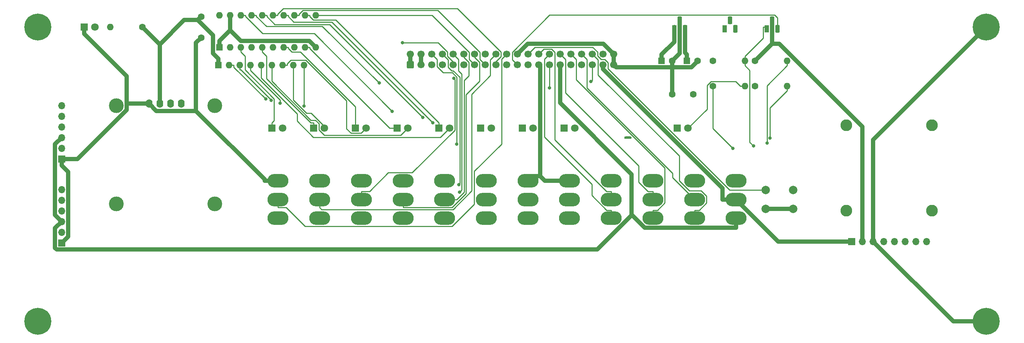
<source format=gbr>
%TF.GenerationSoftware,KiCad,Pcbnew,(6.0.11)*%
%TF.CreationDate,2023-12-23T16:41:23-05:00*%
%TF.ProjectId,front-panel.processor,66726f6e-742d-4706-916e-656c2e70726f,rev?*%
%TF.SameCoordinates,Original*%
%TF.FileFunction,Copper,L2,Bot*%
%TF.FilePolarity,Positive*%
%FSLAX46Y46*%
G04 Gerber Fmt 4.6, Leading zero omitted, Abs format (unit mm)*
G04 Created by KiCad (PCBNEW (6.0.11)) date 2023-12-23 16:41:23*
%MOMM*%
%LPD*%
G01*
G04 APERTURE LIST*
G04 Aperture macros list*
%AMRoundRect*
0 Rectangle with rounded corners*
0 $1 Rounding radius*
0 $2 $3 $4 $5 $6 $7 $8 $9 X,Y pos of 4 corners*
0 Add a 4 corners polygon primitive as box body*
4,1,4,$2,$3,$4,$5,$6,$7,$8,$9,$2,$3,0*
0 Add four circle primitives for the rounded corners*
1,1,$1+$1,$2,$3*
1,1,$1+$1,$4,$5*
1,1,$1+$1,$6,$7*
1,1,$1+$1,$8,$9*
0 Add four rect primitives between the rounded corners*
20,1,$1+$1,$2,$3,$4,$5,0*
20,1,$1+$1,$4,$5,$6,$7,0*
20,1,$1+$1,$6,$7,$8,$9,0*
20,1,$1+$1,$8,$9,$2,$3,0*%
G04 Aperture macros list end*
%TA.AperFunction,ComponentPad*%
%ADD10RoundRect,0.250000X0.600000X-0.600000X0.600000X0.600000X-0.600000X0.600000X-0.600000X-0.600000X0*%
%TD*%
%TA.AperFunction,ComponentPad*%
%ADD11C,1.700000*%
%TD*%
%TA.AperFunction,ComponentPad*%
%ADD12R,1.700000X1.700000*%
%TD*%
%TA.AperFunction,ComponentPad*%
%ADD13O,1.700000X1.700000*%
%TD*%
%TA.AperFunction,ComponentPad*%
%ADD14C,6.400000*%
%TD*%
%TA.AperFunction,ComponentPad*%
%ADD15R,1.800000X1.800000*%
%TD*%
%TA.AperFunction,ComponentPad*%
%ADD16C,1.800000*%
%TD*%
%TA.AperFunction,ComponentPad*%
%ADD17C,1.600000*%
%TD*%
%TA.AperFunction,ComponentPad*%
%ADD18O,1.600000X1.600000*%
%TD*%
%TA.AperFunction,ComponentPad*%
%ADD19C,2.000000*%
%TD*%
%TA.AperFunction,ComponentPad*%
%ADD20R,1.600000X1.600000*%
%TD*%
%TA.AperFunction,ComponentPad*%
%ADD21R,1.100000X1.800000*%
%TD*%
%TA.AperFunction,ComponentPad*%
%ADD22RoundRect,0.275000X-0.275000X-0.625000X0.275000X-0.625000X0.275000X0.625000X-0.275000X0.625000X0*%
%TD*%
%TA.AperFunction,ComponentPad*%
%ADD23O,5.000000X3.200000*%
%TD*%
%TA.AperFunction,ComponentPad*%
%ADD24C,2.794000*%
%TD*%
%TA.AperFunction,ComponentPad*%
%ADD25O,1.600000X2.000000*%
%TD*%
%TA.AperFunction,ComponentPad*%
%ADD26C,3.500000*%
%TD*%
%TA.AperFunction,ComponentPad*%
%ADD27C,0.600000*%
%TD*%
%TA.AperFunction,ViaPad*%
%ADD28C,0.800000*%
%TD*%
%TA.AperFunction,Conductor*%
%ADD29C,0.250000*%
%TD*%
%TA.AperFunction,Conductor*%
%ADD30C,1.000000*%
%TD*%
G04 APERTURE END LIST*
%TO.C,NT1*%
G36*
X180600000Y-181550000D02*
G01*
X179400000Y-181550000D01*
X179400000Y-180950000D01*
X180600000Y-180950000D01*
X180600000Y-181550000D01*
G37*
%TD*%
D10*
%TO.P,J1,1,Pin_1*%
%TO.N,GND*%
X128370000Y-163947500D03*
D11*
%TO.P,J1,2,Pin_2*%
X128370000Y-161407500D03*
%TO.P,J1,3,Pin_3*%
%TO.N,VCC*%
X130910000Y-163947500D03*
%TO.P,J1,4,Pin_4*%
X130910000Y-161407500D03*
%TO.P,J1,5,Pin_5*%
%TO.N,/LED0*%
X133450000Y-163947500D03*
%TO.P,J1,6,Pin_6*%
%TO.N,/FP-D0*%
X133450000Y-161407500D03*
%TO.P,J1,7,Pin_7*%
%TO.N,/LED1*%
X135990000Y-163947500D03*
%TO.P,J1,8,Pin_8*%
%TO.N,/FP-D1*%
X135990000Y-161407500D03*
%TO.P,J1,9,Pin_9*%
%TO.N,/LED2*%
X138530000Y-163947500D03*
%TO.P,J1,10,Pin_10*%
%TO.N,/FP-D2*%
X138530000Y-161407500D03*
%TO.P,J1,11,Pin_11*%
%TO.N,/LED3*%
X141070000Y-163947500D03*
%TO.P,J1,12,Pin_12*%
%TO.N,/FP-D3*%
X141070000Y-161407500D03*
%TO.P,J1,13,Pin_13*%
%TO.N,/LED4*%
X143610000Y-163947500D03*
%TO.P,J1,14,Pin_14*%
%TO.N,/FP-D4*%
X143610000Y-161407500D03*
%TO.P,J1,15,Pin_15*%
%TO.N,/LED5*%
X146150000Y-163947500D03*
%TO.P,J1,16,Pin_16*%
%TO.N,/FP-D5*%
X146150000Y-161407500D03*
%TO.P,J1,17,Pin_17*%
%TO.N,/LED6*%
X148690000Y-163947500D03*
%TO.P,J1,18,Pin_18*%
%TO.N,/FP-D6*%
X148690000Y-161407500D03*
%TO.P,J1,19,Pin_19*%
%TO.N,/LED7*%
X151230000Y-163947500D03*
%TO.P,J1,20,Pin_20*%
%TO.N,/FP-D7*%
X151230000Y-161407500D03*
%TO.P,J1,21,Pin_21*%
%TO.N,I2C_SDA*%
X153770000Y-163947500D03*
%TO.P,J1,22,Pin_22*%
%TO.N,GND*%
X153770000Y-161407500D03*
%TO.P,J1,23,Pin_23*%
%TO.N,I2C_SCL*%
X156310000Y-163947500D03*
%TO.P,J1,24,Pin_24*%
%TO.N,~{EXT_RES}*%
X156310000Y-161407500D03*
%TO.P,J1,25,Pin_25*%
%TO.N,GND*%
X158850000Y-163947500D03*
%TO.P,J1,26,Pin_26*%
%TO.N,~{IM2-EN}*%
X158850000Y-161407500D03*
%TO.P,J1,27,Pin_27*%
%TO.N,~{RTS}*%
X161390000Y-163947500D03*
%TO.P,J1,28,Pin_28*%
%TO.N,~{IM2-EN-OE}*%
X161390000Y-161407500D03*
%TO.P,J1,29,Pin_29*%
%TO.N,/VCC-TS*%
X163930000Y-163947500D03*
%TO.P,J1,30,Pin_30*%
%TO.N,~{INT0-EN}*%
X163930000Y-161407500D03*
%TO.P,J1,31,Pin_31*%
%TO.N,RX*%
X166470000Y-163947500D03*
%TO.P,J1,32,Pin_32*%
%TO.N,~{INT0}*%
X166470000Y-161407500D03*
%TO.P,J1,33,Pin_33*%
%TO.N,TX*%
X169010000Y-163947500D03*
%TO.P,J1,34,Pin_34*%
%TO.N,~{WAIT-EN}*%
X169010000Y-161407500D03*
%TO.P,J1,35,Pin_35*%
%TO.N,~{CTS}*%
X171550000Y-163947500D03*
%TO.P,J1,36,Pin_36*%
%TO.N,~{WAIT}*%
X171550000Y-161407500D03*
%TO.P,J1,37,Pin_37*%
%TO.N,VCC*%
X174090000Y-163947500D03*
%TO.P,J1,38,Pin_38*%
X174090000Y-161407500D03*
%TO.P,J1,39,Pin_39*%
%TO.N,GND*%
X176630000Y-163947500D03*
%TO.P,J1,40,Pin_40*%
X176630000Y-161407500D03*
%TD*%
D12*
%TO.P,J2,1,Pin_1*%
%TO.N,GND*%
X45625000Y-186350000D03*
D13*
%TO.P,J2,2,Pin_2*%
%TO.N,~{RTS}*%
X45625000Y-183810000D03*
%TO.P,J2,3,Pin_3*%
%TO.N,/VCC-TS*%
X45625000Y-181270000D03*
%TO.P,J2,4,Pin_4*%
%TO.N,RX*%
X45625000Y-178730000D03*
%TO.P,J2,5,Pin_5*%
%TO.N,TX*%
X45625000Y-176190000D03*
%TO.P,J2,6,Pin_6*%
%TO.N,~{CTS}*%
X45625000Y-173650000D03*
%TD*%
D14*
%TO.P,H1,1,1*%
%TO.N,GND*%
X40000000Y-155000000D03*
%TD*%
%TO.P,H2,1,1*%
%TO.N,GND*%
X265000000Y-155000000D03*
%TD*%
%TO.P,H3,1,1*%
%TO.N,GND*%
X265000000Y-225000000D03*
%TD*%
%TO.P,H4,1,1*%
%TO.N,GND*%
X40000000Y-225000000D03*
%TD*%
D15*
%TO.P,D5,1,K*%
%TO.N,GND*%
X51000000Y-155000000D03*
D16*
%TO.P,D5,2,A*%
%TO.N,Net-(D5-Pad2)*%
X53540000Y-155000000D03*
%TD*%
D17*
%TO.P,R6,1*%
%TO.N,VCC*%
X64810000Y-155000000D03*
D18*
%TO.P,R6,2*%
%TO.N,Net-(D5-Pad2)*%
X57190000Y-155000000D03*
%TD*%
D17*
%TO.P,R3,1*%
%TO.N,Net-(R3-Pad1)*%
X200190000Y-169000000D03*
D18*
%TO.P,R3,2*%
%TO.N,Net-(D10-Pad2)*%
X207810000Y-169000000D03*
%TD*%
D15*
%TO.P,D4,1,K*%
%TO.N,Net-(D4-Pad1)*%
X135171000Y-179000000D03*
D16*
%TO.P,D4,2,A*%
%TO.N,Net-(D4-Pad2)*%
X137711000Y-179000000D03*
%TD*%
D19*
%TO.P,SW9,1,1*%
%TO.N,~{EXT_RES}*%
X212750000Y-193750000D03*
X219250000Y-193750000D03*
%TO.P,SW9,2,2*%
%TO.N,GND*%
X212750000Y-198250000D03*
X219250000Y-198250000D03*
%TD*%
D17*
%TO.P,R4,1*%
%TO.N,/UPDI-TX*%
X210190000Y-169000000D03*
D18*
%TO.P,R4,2*%
%TO.N,/UPDI*%
X217810000Y-169000000D03*
%TD*%
D15*
%TO.P,D6,1,K*%
%TO.N,Net-(D6-Pad1)*%
X125265100Y-179000000D03*
D16*
%TO.P,D6,2,A*%
%TO.N,Net-(D6-Pad2)*%
X127805100Y-179000000D03*
%TD*%
D15*
%TO.P,D3,1,K*%
%TO.N,Net-(D3-Pad1)*%
X145076900Y-179002300D03*
D16*
%TO.P,D3,2,A*%
%TO.N,Net-(D3-Pad2)*%
X147616900Y-179002300D03*
%TD*%
D20*
%TO.P,U1,1,OEa*%
%TO.N,GND*%
X83075000Y-159800000D03*
D18*
%TO.P,U1,2,I0a*%
%TO.N,/LED0*%
X85615000Y-159800000D03*
%TO.P,U1,3,O3b*%
%TO.N,Net-(D9-Pad1)*%
X88155000Y-159800000D03*
%TO.P,U1,4,I1a*%
%TO.N,/LED1*%
X90695000Y-159800000D03*
%TO.P,U1,5,O2b*%
%TO.N,Net-(D8-Pad1)*%
X93235000Y-159800000D03*
%TO.P,U1,6,I2a*%
%TO.N,/LED2*%
X95775000Y-159800000D03*
%TO.P,U1,7,O1b*%
%TO.N,Net-(D7-Pad1)*%
X98315000Y-159800000D03*
%TO.P,U1,8,I3a*%
%TO.N,/LED3*%
X100855000Y-159800000D03*
%TO.P,U1,9,O0b*%
%TO.N,Net-(D6-Pad1)*%
X103395000Y-159800000D03*
%TO.P,U1,10,GND*%
%TO.N,GND*%
X105935000Y-159800000D03*
%TO.P,U1,11,I0b*%
%TO.N,/LED4*%
X105935000Y-152180000D03*
%TO.P,U1,12,O3a*%
%TO.N,Net-(D4-Pad1)*%
X103395000Y-152180000D03*
%TO.P,U1,13,I1b*%
%TO.N,/LED5*%
X100855000Y-152180000D03*
%TO.P,U1,14,O2a*%
%TO.N,Net-(D3-Pad1)*%
X98315000Y-152180000D03*
%TO.P,U1,15,I2b*%
%TO.N,/LED6*%
X95775000Y-152180000D03*
%TO.P,U1,16,O1a*%
%TO.N,Net-(D2-Pad1)*%
X93235000Y-152180000D03*
%TO.P,U1,17,I3b*%
%TO.N,/LED7*%
X90695000Y-152180000D03*
%TO.P,U1,18,O0a*%
%TO.N,Net-(D1-Pad1)*%
X88155000Y-152180000D03*
%TO.P,U1,19,OEb*%
%TO.N,GND*%
X85615000Y-152180000D03*
%TO.P,U1,20,VCC*%
%TO.N,VCC*%
X83075000Y-152180000D03*
%TD*%
D21*
%TO.P,Q2,1,S*%
%TO.N,Net-(Q2-Pad1)*%
X213000000Y-155400000D03*
D22*
%TO.P,Q2,2,G*%
%TO.N,VDD1*%
X214270000Y-153330000D03*
%TO.P,Q2,3,D*%
%TO.N,I2C_SDA*%
X215540000Y-155400000D03*
%TD*%
D23*
%TO.P,SW8,1,A*%
%TO.N,GND*%
X97000000Y-191550000D03*
%TO.P,SW8,2,B*%
%TO.N,/FP-D7*%
X97000000Y-196000000D03*
%TO.P,SW8,3,C*%
%TO.N,unconnected-(SW8-Pad3)*%
X97000000Y-200450000D03*
%TD*%
%TO.P,SW3,1,A*%
%TO.N,GND*%
X146410200Y-191550000D03*
%TO.P,SW3,2,B*%
%TO.N,/FP-D2*%
X146410200Y-196000000D03*
%TO.P,SW3,3,C*%
%TO.N,unconnected-(SW3-Pad3)*%
X146410200Y-200450000D03*
%TD*%
%TO.P,SW7,1,A*%
%TO.N,GND*%
X106882000Y-191550000D03*
%TO.P,SW7,2,B*%
%TO.N,/FP-D6*%
X106882000Y-196000000D03*
%TO.P,SW7,3,C*%
%TO.N,unconnected-(SW7-Pad3)*%
X106882000Y-200450000D03*
%TD*%
D17*
%TO.P,C1,1*%
%TO.N,GND*%
X78750000Y-157500000D03*
%TO.P,C1,2*%
%TO.N,VCC*%
X78750000Y-152500000D03*
%TD*%
D21*
%TO.P,Q1,1,S*%
%TO.N,Net-(Q1-Pad1)*%
X203000000Y-155400000D03*
D22*
%TO.P,Q1,2,G*%
%TO.N,VDD1*%
X204270000Y-153330000D03*
%TO.P,Q1,3,D*%
%TO.N,I2C_SCL*%
X205540000Y-155400000D03*
%TD*%
D12*
%TO.P,J3,1,Pin_1*%
%TO.N,VCC*%
X233125000Y-206000000D03*
D13*
%TO.P,J3,2,Pin_2*%
%TO.N,VDD1*%
X235665000Y-206000000D03*
%TO.P,J3,3,Pin_3*%
%TO.N,GND*%
X238205000Y-206000000D03*
%TO.P,J3,4,Pin_4*%
%TO.N,/CLK*%
X240745000Y-206000000D03*
%TO.P,J3,5,Pin_5*%
%TO.N,/DO*%
X243285000Y-206000000D03*
%TO.P,J3,6,Pin_6*%
%TO.N,/DI*%
X245825000Y-206000000D03*
%TO.P,J3,7,Pin_7*%
%TO.N,/CS*%
X248365000Y-206000000D03*
%TO.P,J3,8,Pin_8*%
%TO.N,unconnected-(J3-Pad8)*%
X250905000Y-206000000D03*
D24*
%TO.P,J3,9*%
%TO.N,N/C*%
X231855000Y-178314000D03*
%TO.P,J3,10*%
X252175000Y-178314000D03*
%TO.P,J3,11*%
X252175000Y-198634000D03*
%TO.P,J3,12*%
X231855000Y-198634000D03*
%TD*%
D23*
%TO.P,SW1,1,A*%
%TO.N,GND*%
X166174300Y-191550000D03*
%TO.P,SW1,2,B*%
%TO.N,/FP-D0*%
X166174300Y-196000000D03*
%TO.P,SW1,3,C*%
%TO.N,unconnected-(SW1-Pad3)*%
X166174300Y-200450000D03*
%TD*%
%TO.P,SW5,1,A*%
%TO.N,GND*%
X126646100Y-191550000D03*
%TO.P,SW5,2,B*%
%TO.N,/FP-D4*%
X126646100Y-196000000D03*
%TO.P,SW5,3,C*%
%TO.N,unconnected-(SW5-Pad3)*%
X126646100Y-200450000D03*
%TD*%
D15*
%TO.P,D2,1,K*%
%TO.N,Net-(D2-Pad1)*%
X154982800Y-179001800D03*
D16*
%TO.P,D2,2,A*%
%TO.N,Net-(D2-Pad2)*%
X157522800Y-179001800D03*
%TD*%
D17*
%TO.P,C5,1*%
%TO.N,GND*%
X190500000Y-171000000D03*
%TO.P,C5,2*%
%TO.N,VDD1*%
X195500000Y-171000000D03*
%TD*%
D20*
%TO.P,C3,1*%
%TO.N,VCC*%
X194000000Y-163000000D03*
D17*
%TO.P,C3,2*%
%TO.N,GND*%
X196500000Y-163000000D03*
%TD*%
D20*
%TO.P,C4,1*%
%TO.N,VDD1*%
X188000000Y-163000000D03*
D17*
%TO.P,C4,2*%
%TO.N,GND*%
X190500000Y-163000000D03*
%TD*%
D23*
%TO.P,SW10,1,A*%
%TO.N,unconnected-(SW10-Pad1)*%
X176056400Y-191550000D03*
%TO.P,SW10,2,B*%
%TO.N,~{IM2-EN}*%
X176056400Y-196000000D03*
%TO.P,SW10,3,C*%
%TO.N,~{IM2-EN-OE}*%
X176056400Y-200450000D03*
%TD*%
D15*
%TO.P,D7,1,K*%
%TO.N,Net-(D7-Pad1)*%
X115359300Y-179001800D03*
D16*
%TO.P,D7,2,A*%
%TO.N,Net-(D7-Pad2)*%
X117899300Y-179001800D03*
%TD*%
D23*
%TO.P,SW6,1,A*%
%TO.N,GND*%
X116764100Y-191550000D03*
%TO.P,SW6,2,B*%
%TO.N,/FP-D5*%
X116764100Y-196000000D03*
%TO.P,SW6,3,C*%
%TO.N,unconnected-(SW6-Pad3)*%
X116764100Y-200450000D03*
%TD*%
D12*
%TO.P,J4,1,Pin_1*%
%TO.N,GND*%
X45625000Y-206350000D03*
D13*
%TO.P,J4,2,Pin_2*%
%TO.N,unconnected-(J4-Pad2)*%
X45625000Y-203810000D03*
%TO.P,J4,3,Pin_3*%
%TO.N,/VCC-TS*%
X45625000Y-201270000D03*
%TO.P,J4,4,Pin_4*%
%TO.N,/UPDI-RX*%
X45625000Y-198730000D03*
%TO.P,J4,5,Pin_5*%
%TO.N,/UPDI-TX*%
X45625000Y-196190000D03*
%TO.P,J4,6,Pin_6*%
%TO.N,unconnected-(J4-Pad6)*%
X45625000Y-193650000D03*
%TD*%
D23*
%TO.P,SW11,1,A*%
%TO.N,unconnected-(SW11-Pad1)*%
X185938400Y-191550000D03*
%TO.P,SW11,2,B*%
%TO.N,~{INT0-EN}*%
X185938400Y-196000000D03*
%TO.P,SW11,3,C*%
%TO.N,~{INT0}*%
X185938400Y-200450000D03*
%TD*%
D17*
%TO.P,R1,1*%
%TO.N,VDD1*%
X210190000Y-163000000D03*
D18*
%TO.P,R1,2*%
%TO.N,Net-(Q1-Pad1)*%
X217810000Y-163000000D03*
%TD*%
D20*
%TO.P,RN1,1,common*%
%TO.N,VCC*%
X82825000Y-164000000D03*
D18*
%TO.P,RN1,2,R1*%
%TO.N,Net-(D1-Pad2)*%
X85365000Y-164000000D03*
%TO.P,RN1,3,R2*%
%TO.N,Net-(D2-Pad2)*%
X87905000Y-164000000D03*
%TO.P,RN1,4,R3*%
%TO.N,Net-(D3-Pad2)*%
X90445000Y-164000000D03*
%TO.P,RN1,5,R4*%
%TO.N,Net-(D4-Pad2)*%
X92985000Y-164000000D03*
%TO.P,RN1,6,R5*%
%TO.N,Net-(D6-Pad2)*%
X95525000Y-164000000D03*
%TO.P,RN1,7,R6*%
%TO.N,Net-(D7-Pad2)*%
X98065000Y-164000000D03*
%TO.P,RN1,8,R7*%
%TO.N,Net-(D8-Pad2)*%
X100605000Y-164000000D03*
%TO.P,RN1,9,R8*%
%TO.N,Net-(D9-Pad2)*%
X103145000Y-164000000D03*
%TD*%
D15*
%TO.P,D8,1,K*%
%TO.N,Net-(D8-Pad1)*%
X105453400Y-179000000D03*
D16*
%TO.P,D8,2,A*%
%TO.N,Net-(D8-Pad2)*%
X107993400Y-179000000D03*
%TD*%
D15*
%TO.P,D1,1,K*%
%TO.N,Net-(D1-Pad1)*%
X164888600Y-179000000D03*
D16*
%TO.P,D1,2,A*%
%TO.N,Net-(D1-Pad2)*%
X167428600Y-179000000D03*
%TD*%
D15*
%TO.P,D10,1,KA*%
%TO.N,Net-(D10-Pad1)*%
X191725000Y-179000000D03*
D16*
%TO.P,D10,2,AK*%
%TO.N,Net-(D10-Pad2)*%
X194265000Y-179000000D03*
%TD*%
D23*
%TO.P,SW2,1,A*%
%TO.N,GND*%
X156292300Y-191550000D03*
%TO.P,SW2,2,B*%
%TO.N,/FP-D1*%
X156292300Y-196000000D03*
%TO.P,SW2,3,C*%
%TO.N,unconnected-(SW2-Pad3)*%
X156292300Y-200450000D03*
%TD*%
D15*
%TO.P,D9,1,K*%
%TO.N,Net-(D9-Pad1)*%
X95547500Y-179000000D03*
D16*
%TO.P,D9,2,A*%
%TO.N,Net-(D9-Pad2)*%
X98087500Y-179000000D03*
%TD*%
D25*
%TO.P,Brd1,1,GND*%
%TO.N,GND*%
X66380000Y-173198000D03*
%TO.P,Brd1,2,VCC*%
%TO.N,VCC*%
X68920000Y-173198000D03*
%TO.P,Brd1,3,SCL*%
%TO.N,I2C_SCL*%
X71460000Y-173198000D03*
%TO.P,Brd1,4,SDA*%
%TO.N,I2C_SDA*%
X74000000Y-173198000D03*
D26*
%TO.P,Brd1,5*%
%TO.N,N/C*%
X58600000Y-173650000D03*
%TO.P,Brd1,6*%
X82000000Y-173650000D03*
%TO.P,Brd1,7*%
X58600000Y-197000000D03*
%TO.P,Brd1,8*%
X82000000Y-197000000D03*
%TD*%
D23*
%TO.P,SW13,1,A*%
%TO.N,unconnected-(SW13-Pad1)*%
X205702500Y-191550000D03*
%TO.P,SW13,2,B*%
%TO.N,VCC*%
X205702500Y-196000000D03*
%TO.P,SW13,3,C*%
%TO.N,/VCC-TS*%
X205702500Y-200450000D03*
%TD*%
D17*
%TO.P,R2,1*%
%TO.N,VDD1*%
X200190000Y-163000000D03*
D18*
%TO.P,R2,2*%
%TO.N,Net-(Q2-Pad1)*%
X207810000Y-163000000D03*
%TD*%
D27*
%TO.P,NT1,1,1*%
%TO.N,/UPDI-RX*%
X179400000Y-181250000D03*
%TO.P,NT1,2,2*%
%TO.N,/UPDI*%
X180600000Y-181250000D03*
%TD*%
D23*
%TO.P,SW12,1,A*%
%TO.N,unconnected-(SW12-Pad1)*%
X195820500Y-191550000D03*
%TO.P,SW12,2,B*%
%TO.N,~{WAIT-EN}*%
X195820500Y-196000000D03*
%TO.P,SW12,3,C*%
%TO.N,~{WAIT}*%
X195820500Y-200450000D03*
%TD*%
%TO.P,SW4,1,A*%
%TO.N,GND*%
X136528200Y-191550000D03*
%TO.P,SW4,2,B*%
%TO.N,/FP-D3*%
X136528200Y-196000000D03*
%TO.P,SW4,3,C*%
%TO.N,unconnected-(SW4-Pad3)*%
X136528200Y-200450000D03*
%TD*%
D21*
%TO.P,U3,1,VO*%
%TO.N,VDD1*%
X191000000Y-155400000D03*
D22*
%TO.P,U3,2,GND*%
%TO.N,GND*%
X192270000Y-153330000D03*
%TO.P,U3,3,VI*%
%TO.N,VCC*%
X193540000Y-155400000D03*
%TD*%
D28*
%TO.N,/UPDI*%
X213735800Y-181384100D03*
%TO.N,Net-(R3-Pad1)*%
X204912200Y-183810000D03*
%TO.N,Net-(Q2-Pad1)*%
X209791000Y-183270400D03*
%TO.N,Net-(Q1-Pad1)*%
X213054100Y-182540000D03*
%TO.N,~{CTS}*%
X171264300Y-167936300D03*
%TO.N,~{RTS}*%
X161398100Y-169438900D03*
%TO.N,/LED7*%
X121001500Y-168284800D03*
%TO.N,/FP-D5*%
X138680500Y-167159000D03*
%TO.N,/FP-D2*%
X140073200Y-194250700D03*
%TO.N,/LED2*%
X126552400Y-158649100D03*
%TO.N,/FP-D1*%
X139855600Y-192505500D03*
%TO.N,/FP-D0*%
X139419000Y-182784200D03*
%TO.N,Net-(D9-Pad2)*%
X103108200Y-173788300D03*
%TO.N,Net-(D3-Pad2)*%
X97473700Y-173120500D03*
%TO.N,Net-(D3-Pad1)*%
X133748800Y-177745700D03*
%TO.N,Net-(D2-Pad2)*%
X95332000Y-172437800D03*
%TO.N,Net-(D2-Pad1)*%
X131358300Y-176473400D03*
%TO.N,Net-(D1-Pad2)*%
X94056300Y-172090500D03*
%TO.N,Net-(D1-Pad1)*%
X124052600Y-174993800D03*
%TD*%
D29*
%TO.N,/UPDI*%
X217810000Y-169000000D02*
X217810000Y-170125300D01*
X213735800Y-174199500D02*
X217810000Y-170125300D01*
X213735800Y-181384100D02*
X213735800Y-174199500D01*
%TO.N,Net-(R3-Pad1)*%
X200190000Y-179087800D02*
X204912200Y-183810000D01*
X200190000Y-169000000D02*
X200190000Y-179087800D01*
%TO.N,Net-(Q2-Pad1)*%
X212124700Y-157560000D02*
X207810000Y-161874700D01*
X212124700Y-155000000D02*
X212124700Y-157560000D01*
X208935300Y-182414700D02*
X209791000Y-183270400D01*
X208935300Y-165250600D02*
X208935300Y-182414700D01*
X207810000Y-164125300D02*
X208935300Y-165250600D01*
X207810000Y-163000000D02*
X207810000Y-164125300D01*
X213000000Y-155000000D02*
X212124700Y-155000000D01*
X207810000Y-163000000D02*
X207810000Y-161874700D01*
%TO.N,Net-(Q1-Pad1)*%
X217810000Y-163000000D02*
X217810000Y-164125300D01*
X213010500Y-182496400D02*
X213054100Y-182540000D01*
X213010500Y-168924800D02*
X213010500Y-182496400D01*
X217810000Y-164125300D02*
X213010500Y-168924800D01*
%TO.N,Net-(D10-Pad2)*%
X205559400Y-167874700D02*
X206684700Y-169000000D01*
X199714300Y-167874700D02*
X205559400Y-167874700D01*
X198781600Y-168807400D02*
X199714300Y-167874700D01*
X198781600Y-174483400D02*
X198781600Y-168807400D01*
X194265000Y-179000000D02*
X198781600Y-174483400D01*
X207810000Y-169000000D02*
X206684700Y-169000000D01*
D30*
%TO.N,VDD1*%
X210190000Y-163000000D02*
X214270000Y-158920000D01*
X214270000Y-158920000D02*
X214270000Y-153730000D01*
X235665000Y-178674200D02*
X235665000Y-206000000D01*
X215910800Y-158920000D02*
X235665000Y-178674200D01*
X214270000Y-158920000D02*
X215910800Y-158920000D01*
X191000000Y-158499700D02*
X188000000Y-161499700D01*
X191000000Y-155000000D02*
X191000000Y-158499700D01*
X188000000Y-163000000D02*
X188000000Y-161499700D01*
D29*
%TO.N,~{WAIT}*%
X172914600Y-162772100D02*
X171550000Y-161407500D01*
X172914600Y-166355900D02*
X172914600Y-162772100D01*
X192187000Y-185628300D02*
X172914600Y-166355900D01*
X192187000Y-191546500D02*
X192187000Y-185628300D01*
X194574800Y-193934300D02*
X192187000Y-191546500D01*
X197395200Y-193934300D02*
X194574800Y-193934300D01*
X198645900Y-195185000D02*
X197395200Y-193934300D01*
X198645900Y-196827400D02*
X198645900Y-195185000D01*
X196948600Y-198524700D02*
X198645900Y-196827400D01*
X195820500Y-198524700D02*
X196948600Y-198524700D01*
X195820500Y-200450000D02*
X195820500Y-198524700D01*
%TO.N,~{CTS}*%
X171550000Y-167650600D02*
X171264300Y-167936300D01*
X171550000Y-163947500D02*
X171550000Y-167650600D01*
%TO.N,~{WAIT-EN}*%
X170280000Y-162677500D02*
X169010000Y-161407500D01*
X170280000Y-169408500D02*
X170280000Y-162677500D01*
X190609900Y-189738400D02*
X170280000Y-169408500D01*
X190609900Y-190789400D02*
X190609900Y-189738400D01*
X195820500Y-196000000D02*
X190609900Y-190789400D01*
%TO.N,~{INT0}*%
X167740000Y-162677500D02*
X166470000Y-161407500D01*
X167740000Y-167505400D02*
X167740000Y-162677500D01*
X188764100Y-188529500D02*
X167740000Y-167505400D01*
X188764100Y-196827100D02*
X188764100Y-188529500D01*
X187066500Y-198524700D02*
X188764100Y-196827100D01*
X185938400Y-198524700D02*
X187066500Y-198524700D01*
X185938400Y-200450000D02*
X185938400Y-198524700D01*
%TO.N,~{INT0-EN}*%
X165200000Y-162677500D02*
X163930000Y-161407500D01*
X165200000Y-170625000D02*
X165200000Y-162677500D01*
X182576300Y-188001300D02*
X165200000Y-170625000D01*
X182576300Y-191840700D02*
X182576300Y-188001300D01*
X184810300Y-194074700D02*
X182576300Y-191840700D01*
X185938400Y-194074700D02*
X184810300Y-194074700D01*
X185938400Y-196000000D02*
X185938400Y-194074700D01*
D30*
%TO.N,/VCC-TS*%
X205702500Y-200450000D02*
X205702500Y-202750300D01*
X44054900Y-182840100D02*
X45625000Y-181270000D01*
X44054900Y-199699900D02*
X44054900Y-182840100D01*
X45625000Y-201270000D02*
X44054900Y-199699900D01*
X172767300Y-207901000D02*
X180974900Y-199693400D01*
X44465900Y-207901000D02*
X172767300Y-207901000D01*
X44074600Y-207509700D02*
X44465900Y-207901000D01*
X44074600Y-202820400D02*
X44074600Y-207509700D01*
X45625000Y-201270000D02*
X44074600Y-202820400D01*
X184031700Y-202750300D02*
X180974900Y-199693400D01*
X205702500Y-202750300D02*
X184031700Y-202750300D01*
X163930000Y-173033500D02*
X163930000Y-163947500D01*
X180895600Y-189999100D02*
X163930000Y-173033500D01*
X180895600Y-199614200D02*
X180895600Y-189999100D01*
X180974900Y-199693400D02*
X180895600Y-199614200D01*
D29*
%TO.N,~{IM2-EN-OE}*%
X160199400Y-162598100D02*
X161390000Y-161407500D01*
X160199400Y-181147000D02*
X160199400Y-162598100D01*
X171446700Y-192394300D02*
X160199400Y-181147000D01*
X171446700Y-195043100D02*
X171446700Y-192394300D01*
X174928300Y-198524700D02*
X171446700Y-195043100D01*
X176056400Y-198524700D02*
X174928300Y-198524700D01*
X176056400Y-200450000D02*
X176056400Y-198524700D01*
%TO.N,~{RTS}*%
X161390000Y-169430800D02*
X161390000Y-163947500D01*
X161398100Y-169438900D02*
X161390000Y-169430800D01*
%TO.N,~{IM2-EN}*%
X160033700Y-160223800D02*
X158850000Y-161407500D01*
X161904700Y-160223800D02*
X160033700Y-160223800D01*
X162660100Y-160979200D02*
X161904700Y-160223800D01*
X162660100Y-181806500D02*
X162660100Y-160979200D01*
X174928300Y-194074700D02*
X162660100Y-181806500D01*
X176056400Y-194074700D02*
X174928300Y-194074700D01*
X176056400Y-196000000D02*
X176056400Y-194074700D01*
%TO.N,~{EXT_RES}*%
X157944000Y-159773500D02*
X156310000Y-161407500D01*
X171673800Y-159773500D02*
X157944000Y-159773500D01*
X172820000Y-160919700D02*
X171673800Y-159773500D01*
X172820000Y-161803900D02*
X172820000Y-160919700D01*
X173693600Y-162677500D02*
X172820000Y-161803900D01*
X174521000Y-162677500D02*
X173693600Y-162677500D01*
X175265400Y-163421900D02*
X174521000Y-162677500D01*
X175265400Y-164828500D02*
X175265400Y-163421900D01*
X204186900Y-193750000D02*
X175265400Y-164828500D01*
X212750000Y-193750000D02*
X204186900Y-193750000D01*
%TO.N,I2C_SDA*%
X215540000Y-152768800D02*
X215540000Y-155000000D01*
X214842200Y-152071000D02*
X215540000Y-152768800D01*
X161442500Y-152071000D02*
X214842200Y-152071000D01*
X152579400Y-160934100D02*
X161442500Y-152071000D01*
X152579400Y-162756900D02*
X152579400Y-160934100D01*
X153770000Y-163947500D02*
X152579400Y-162756900D01*
%TO.N,/FP-D7*%
X150026900Y-162610600D02*
X151230000Y-161407500D01*
X150026900Y-182795000D02*
X150026900Y-162610600D01*
X143544600Y-189277300D02*
X150026900Y-182795000D01*
X143544600Y-197100600D02*
X143544600Y-189277300D01*
X138250900Y-202394300D02*
X143544600Y-197100600D01*
X103394300Y-202394300D02*
X138250900Y-202394300D01*
X98925300Y-197925300D02*
X103394300Y-202394300D01*
X97000000Y-197925300D02*
X98925300Y-197925300D01*
X97000000Y-196000000D02*
X97000000Y-197925300D01*
%TO.N,/LED7*%
X90695000Y-152180000D02*
X91820300Y-152180000D01*
X107499700Y-154783000D02*
X121001500Y-168284800D01*
X94219000Y-154783000D02*
X107499700Y-154783000D01*
X91820300Y-152384300D02*
X94219000Y-154783000D01*
X91820300Y-152180000D02*
X91820300Y-152384300D01*
%TO.N,/FP-D6*%
X106882000Y-196000000D02*
X106882000Y-197925300D01*
X147363700Y-162733800D02*
X148690000Y-161407500D01*
X147363700Y-166517000D02*
X147363700Y-162733800D01*
X142950600Y-170930100D02*
X147363700Y-166517000D01*
X142950600Y-193929100D02*
X142950600Y-170930100D01*
X138499100Y-198380600D02*
X142950600Y-193929100D01*
X107337300Y-198380600D02*
X138499100Y-198380600D01*
X106882000Y-197925300D02*
X107337300Y-198380600D01*
%TO.N,/LED6*%
X148690000Y-163190200D02*
X148690000Y-163947500D01*
X149897800Y-161982400D02*
X148690000Y-163190200D01*
X149897800Y-160926700D02*
X149897800Y-161982400D01*
X139537100Y-150566000D02*
X149897800Y-160926700D01*
X98233000Y-150566000D02*
X139537100Y-150566000D01*
X96900300Y-151898700D02*
X98233000Y-150566000D01*
X96900300Y-152180000D02*
X96900300Y-151898700D01*
X95775000Y-152180000D02*
X96900300Y-152180000D01*
%TO.N,/FP-D5*%
X116764100Y-196000000D02*
X116764100Y-194074700D01*
X138968600Y-167447100D02*
X138680500Y-167159000D01*
X138968600Y-179485100D02*
X138968600Y-167447100D01*
X128829100Y-189624600D02*
X138968600Y-179485100D01*
X123139500Y-189624600D02*
X128829100Y-189624600D01*
X118689400Y-194074700D02*
X123139500Y-189624600D01*
X116764100Y-194074700D02*
X118689400Y-194074700D01*
%TO.N,/LED5*%
X100855000Y-152180000D02*
X101980300Y-152180000D01*
X144880000Y-162677500D02*
X146150000Y-163947500D01*
X144880000Y-160974200D02*
X144880000Y-162677500D01*
X134922200Y-151016400D02*
X144880000Y-160974200D01*
X102862600Y-151016400D02*
X134922200Y-151016400D01*
X101980300Y-151898700D02*
X102862600Y-151016400D01*
X101980300Y-152180000D02*
X101980300Y-151898700D01*
%TO.N,/FP-D4*%
X143610000Y-162164800D02*
X143610000Y-161407500D01*
X144814700Y-163369500D02*
X143610000Y-162164800D01*
X144814700Y-167792200D02*
X144814700Y-163369500D01*
X141578800Y-171028100D02*
X144814700Y-167792200D01*
X141578800Y-194592600D02*
X141578800Y-171028100D01*
X138246100Y-197925300D02*
X141578800Y-194592600D01*
X126646100Y-197925300D02*
X138246100Y-197925300D01*
X126646100Y-196000000D02*
X126646100Y-197925300D01*
%TO.N,/LED4*%
X142340000Y-162677500D02*
X143610000Y-163947500D01*
X142340000Y-161007300D02*
X142340000Y-162677500D01*
X133512700Y-152180000D02*
X142340000Y-161007300D01*
X105935000Y-152180000D02*
X133512700Y-152180000D01*
%TO.N,/FP-D3*%
X136528200Y-196000000D02*
X139353500Y-196000000D01*
X141128400Y-194225100D02*
X139353500Y-196000000D01*
X141128400Y-167687600D02*
X141128400Y-194225100D01*
X142274700Y-166541300D02*
X141128400Y-167687600D01*
X142274700Y-163369500D02*
X142274700Y-166541300D01*
X141070000Y-162164800D02*
X142274700Y-163369500D01*
X141070000Y-161407500D02*
X141070000Y-162164800D01*
%TO.N,/FP-D2*%
X139800000Y-162677500D02*
X138530000Y-161407500D01*
X139800000Y-165366200D02*
X139800000Y-162677500D01*
X140599300Y-166165500D02*
X139800000Y-165366200D01*
X140599300Y-193724600D02*
X140599300Y-166165500D01*
X140073200Y-194250700D02*
X140599300Y-193724600D01*
%TO.N,/LED2*%
X138530000Y-163295000D02*
X138530000Y-163947500D01*
X137165400Y-161930400D02*
X138530000Y-163295000D01*
X137165400Y-160850400D02*
X137165400Y-161930400D01*
X134964100Y-158649100D02*
X137165400Y-160850400D01*
X126552400Y-158649100D02*
X134964100Y-158649100D01*
%TO.N,/FP-D1*%
X137354600Y-162772100D02*
X135990000Y-161407500D01*
X137354600Y-164492000D02*
X137354600Y-162772100D01*
X138196000Y-165333400D02*
X137354600Y-164492000D01*
X138546400Y-165333400D02*
X138196000Y-165333400D01*
X140148900Y-166935900D02*
X138546400Y-165333400D01*
X140148900Y-192212200D02*
X140148900Y-166935900D01*
X139855600Y-192505500D02*
X140148900Y-192212200D01*
%TO.N,/FP-D0*%
X139419000Y-166871700D02*
X139419000Y-182784200D01*
X138373900Y-165826600D02*
X139419000Y-166871700D01*
X136193100Y-165826600D02*
X138373900Y-165826600D01*
X134720000Y-164353500D02*
X136193100Y-165826600D01*
X134720000Y-162677500D02*
X134720000Y-164353500D01*
X133450000Y-161407500D02*
X134720000Y-162677500D01*
%TO.N,Net-(D9-Pad2)*%
X103145000Y-173751500D02*
X103108200Y-173788300D01*
X103145000Y-164000000D02*
X103145000Y-173751500D01*
%TO.N,Net-(D9-Pad1)*%
X89175000Y-161945300D02*
X88155000Y-160925300D01*
X89175000Y-165139300D02*
X89175000Y-161945300D01*
X96064200Y-172028500D02*
X89175000Y-165139300D01*
X96064200Y-177258000D02*
X96064200Y-172028500D01*
X95547500Y-177774700D02*
X96064200Y-177258000D01*
X95547500Y-179000000D02*
X95547500Y-177774700D01*
X88155000Y-159800000D02*
X88155000Y-160925300D01*
%TO.N,Net-(D8-Pad2)*%
X107993400Y-178584200D02*
X107993400Y-179000000D01*
X104845700Y-175436500D02*
X107993400Y-178584200D01*
X103730700Y-175436500D02*
X104845700Y-175436500D01*
X100605000Y-172310800D02*
X103730700Y-175436500D01*
X100605000Y-164000000D02*
X100605000Y-172310800D01*
%TO.N,Net-(D8-Pad1)*%
X105453400Y-179000000D02*
X105453400Y-177774700D01*
X93235000Y-159800000D02*
X93235000Y-160925300D01*
X104795100Y-177774700D02*
X105453400Y-177774700D01*
X94255000Y-167234600D02*
X104795100Y-177774700D01*
X94255000Y-161945300D02*
X94255000Y-167234600D01*
X93235000Y-160925300D02*
X94255000Y-161945300D01*
%TO.N,Net-(D7-Pad2)*%
X116673900Y-180227200D02*
X117899300Y-179001800D01*
X114297200Y-180227200D02*
X116673900Y-180227200D01*
X113217100Y-179147100D02*
X114297200Y-180227200D01*
X113217100Y-172480500D02*
X113217100Y-179147100D01*
X103609200Y-162872600D02*
X113217100Y-172480500D01*
X100036400Y-162872600D02*
X103609200Y-162872600D01*
X99190300Y-163718700D02*
X100036400Y-162872600D01*
X99190300Y-164000000D02*
X99190300Y-163718700D01*
X98065000Y-164000000D02*
X99190300Y-164000000D01*
%TO.N,Net-(D7-Pad1)*%
X99440300Y-160081400D02*
X99440300Y-159800000D01*
X100284200Y-160925300D02*
X99440300Y-160081400D01*
X102317600Y-160925300D02*
X100284200Y-160925300D01*
X115359300Y-173967000D02*
X102317600Y-160925300D01*
X115359300Y-179001800D02*
X115359300Y-173967000D01*
X98315000Y-159800000D02*
X99440300Y-159800000D01*
%TO.N,Net-(D6-Pad2)*%
X126070000Y-180735100D02*
X127805100Y-179000000D01*
X107984100Y-180735100D02*
X126070000Y-180735100D01*
X106678800Y-179429800D02*
X107984100Y-180735100D01*
X106678800Y-177906600D02*
X106678800Y-179429800D01*
X105895800Y-177123600D02*
X106678800Y-177906600D01*
X104780900Y-177123600D02*
X105895800Y-177123600D01*
X95525000Y-167867700D02*
X104780900Y-177123600D01*
X95525000Y-164000000D02*
X95525000Y-167867700D01*
%TO.N,Net-(D6-Pad1)*%
X123439000Y-179000000D02*
X125265100Y-179000000D01*
X104520300Y-160081300D02*
X123439000Y-179000000D01*
X104520300Y-159800000D02*
X104520300Y-160081300D01*
X103395000Y-159800000D02*
X104520300Y-159800000D01*
%TO.N,Net-(D4-Pad2)*%
X92985000Y-164000000D02*
X92985000Y-165125300D01*
X92985000Y-167072200D02*
X92985000Y-165125300D01*
X101512500Y-175599700D02*
X92985000Y-167072200D01*
X101512500Y-177320400D02*
X101512500Y-175599700D01*
X105377600Y-181185500D02*
X101512500Y-177320400D01*
X135525500Y-181185500D02*
X105377600Y-181185500D01*
X137711000Y-179000000D02*
X135525500Y-181185500D01*
%TO.N,Net-(D4-Pad1)*%
X104520300Y-152461400D02*
X104520300Y-152180000D01*
X105364200Y-153305300D02*
X104520300Y-152461400D01*
X110701600Y-153305300D02*
X105364200Y-153305300D01*
X135171000Y-177774700D02*
X110701600Y-153305300D01*
X135171000Y-179000000D02*
X135171000Y-177774700D01*
X103395000Y-152180000D02*
X104520300Y-152180000D01*
%TO.N,Net-(D3-Pad2)*%
X97473700Y-172312800D02*
X97473700Y-173120500D01*
X90445000Y-165284100D02*
X97473700Y-172312800D01*
X90445000Y-164000000D02*
X90445000Y-165284100D01*
%TO.N,Net-(D3-Pad1)*%
X98315000Y-152180000D02*
X99440300Y-152180000D01*
X99440300Y-152461300D02*
X99440300Y-152180000D01*
X100734700Y-153755700D02*
X99440300Y-152461300D01*
X109758800Y-153755700D02*
X100734700Y-153755700D01*
X133748800Y-177745700D02*
X109758800Y-153755700D01*
%TO.N,Net-(D2-Pad2)*%
X95332000Y-172300300D02*
X95332000Y-172437800D01*
X88157000Y-165125300D02*
X95332000Y-172300300D01*
X87905000Y-165125300D02*
X88157000Y-165125300D01*
X87905000Y-164000000D02*
X87905000Y-165125300D01*
%TO.N,Net-(D2-Pad1)*%
X93235000Y-152180000D02*
X94360300Y-152180000D01*
X94360300Y-152461300D02*
X94360300Y-152180000D01*
X96231700Y-154332700D02*
X94360300Y-152461300D01*
X109217600Y-154332700D02*
X96231700Y-154332700D01*
X131358300Y-176473400D02*
X109217600Y-154332700D01*
%TO.N,Net-(D1-Pad2)*%
X85365000Y-164000000D02*
X86490300Y-164000000D01*
X86490300Y-164524500D02*
X94056300Y-172090500D01*
X86490300Y-164000000D02*
X86490300Y-164524500D01*
%TO.N,Net-(D1-Pad1)*%
X88155000Y-152180000D02*
X89280300Y-152180000D01*
X105566500Y-156507700D02*
X124052600Y-174993800D01*
X93326700Y-156507700D02*
X105566500Y-156507700D01*
X89280300Y-152461300D02*
X93326700Y-156507700D01*
X89280300Y-152180000D02*
X89280300Y-152461300D01*
D30*
%TO.N,VCC*%
X68920000Y-173198000D02*
X68920000Y-159110000D01*
X68920000Y-159110000D02*
X64810000Y-155000000D01*
X130910000Y-163947500D02*
X130910000Y-161407500D01*
X215702500Y-206000000D02*
X233125000Y-206000000D01*
X205702500Y-196000000D02*
X215702500Y-206000000D01*
X82825000Y-164000000D02*
X82825000Y-162499700D01*
X78750000Y-152500000D02*
X77945000Y-153305000D01*
X74725000Y-153305000D02*
X77945000Y-153305000D01*
X68920000Y-159110000D02*
X74725000Y-153305000D01*
X81574600Y-161249300D02*
X82825000Y-162499700D01*
X81574600Y-156934600D02*
X81574600Y-161249300D01*
X77945000Y-153305000D02*
X81574600Y-156934600D01*
X193540000Y-161039700D02*
X194000000Y-161499700D01*
X193540000Y-155000000D02*
X193540000Y-161039700D01*
X194000000Y-163000000D02*
X194000000Y-161499700D01*
X202502200Y-193325700D02*
X202502200Y-196000000D01*
X174090000Y-164913500D02*
X202502200Y-193325700D01*
X174090000Y-163947500D02*
X174090000Y-164913500D01*
X205702500Y-196000000D02*
X202502200Y-196000000D01*
%TO.N,GND*%
X195115800Y-164509500D02*
X190500000Y-164509500D01*
X196500000Y-163125300D02*
X195115800Y-164509500D01*
X196500000Y-163000000D02*
X196500000Y-163125300D01*
X190500000Y-163000000D02*
X190500000Y-164509500D01*
X128370000Y-161407500D02*
X128370000Y-163947500D01*
X177192000Y-164509500D02*
X176630000Y-163947500D01*
X190500000Y-164509500D02*
X177192000Y-164509500D01*
X176630000Y-163947500D02*
X176630000Y-161407500D01*
X190500000Y-164509500D02*
X190500000Y-171000000D01*
X157442500Y-190399800D02*
X159164200Y-190399800D01*
X156292300Y-191550000D02*
X157442500Y-190399800D01*
X156229300Y-158948200D02*
X153770000Y-161407500D01*
X174170700Y-158948200D02*
X156229300Y-158948200D01*
X176630000Y-161407500D02*
X174170700Y-158948200D01*
X160314400Y-191550000D02*
X159164200Y-190399800D01*
X166174300Y-191550000D02*
X160314400Y-191550000D01*
X45625000Y-186350000D02*
X45625000Y-187900300D01*
X83075000Y-159800000D02*
X83075000Y-158299700D01*
X104423800Y-158288800D02*
X105935000Y-159800000D01*
X88144100Y-158288800D02*
X104423800Y-158288800D01*
X85615000Y-155759700D02*
X88144100Y-158288800D01*
X83075000Y-158299700D02*
X85615000Y-155759700D01*
X85615000Y-155759700D02*
X85615000Y-152180000D01*
X212750000Y-198250000D02*
X219250000Y-198250000D01*
X257205000Y-225000000D02*
X265000000Y-225000000D01*
X238205000Y-206000000D02*
X257205000Y-225000000D01*
X238205000Y-181795000D02*
X238205000Y-206000000D01*
X265000000Y-155000000D02*
X238205000Y-181795000D01*
X159164200Y-164261700D02*
X159164200Y-190399800D01*
X158850000Y-163947500D02*
X159164200Y-164261700D01*
X93799700Y-191181800D02*
X77525000Y-174907100D01*
X93799700Y-191550000D02*
X93799700Y-191181800D01*
X77525000Y-158725000D02*
X78750000Y-157500000D01*
X77525000Y-174907100D02*
X77525000Y-158725000D01*
X97000000Y-191550000D02*
X93799700Y-191550000D01*
X68089100Y-174907100D02*
X66380000Y-173198000D01*
X77525000Y-174907100D02*
X68089100Y-174907100D01*
X47181400Y-204793600D02*
X45625000Y-206350000D01*
X47181400Y-189456700D02*
X47181400Y-204793600D01*
X45625000Y-187900300D02*
X47181400Y-189456700D01*
X66380000Y-173198000D02*
X64879700Y-173198000D01*
X61083800Y-173198000D02*
X64879700Y-173198000D01*
X61083800Y-166684100D02*
X61083800Y-173198000D01*
X51000000Y-156600300D02*
X61083800Y-166684100D01*
X49395400Y-186350000D02*
X45625000Y-186350000D01*
X61083800Y-174661600D02*
X49395400Y-186350000D01*
X61083800Y-173198000D02*
X61083800Y-174661600D01*
X51000000Y-155000000D02*
X51000000Y-156600300D01*
X192270000Y-161230000D02*
X190500000Y-163000000D01*
X192270000Y-153730000D02*
X192270000Y-161230000D01*
%TD*%
M02*

</source>
